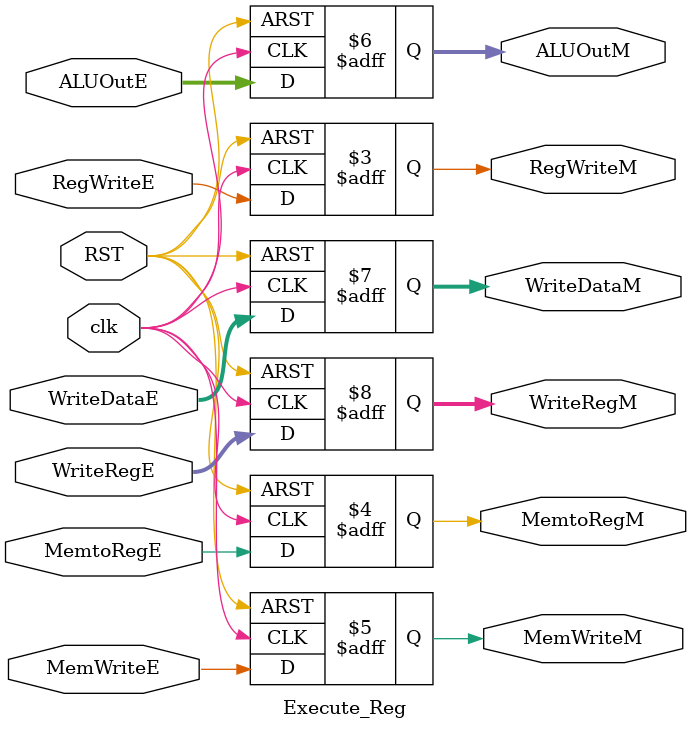
<source format=v>
module Execute_Reg(
input  clk,RST,RegWriteE,MemtoRegE,MemWriteE,
input      [31:0] ALUOutE,WriteDataE,
input      [4 :0] WriteRegE,
output reg        RegWriteM,MemtoRegM,MemWriteM,
output reg [31:0] ALUOutM,WriteDataM,
output reg [4 :0] WriteRegM
);
 always @(posedge clk or negedge RST)
 begin
    if(~RST)
    begin
    RegWriteM <=0;
    MemtoRegM <=0;
    MemWriteM <=0;
    ALUOutM   <=0;
    WriteDataM<=0;
    WriteRegM <=0;
    end
    else
    begin
    RegWriteM <=RegWriteE;
    MemtoRegM <=MemtoRegE;
    MemWriteM <=MemWriteE;
    ALUOutM   <=ALUOutE;
    WriteDataM<=WriteDataE;
    WriteRegM <=WriteRegE;
    end                                  
 end
endmodule
</source>
